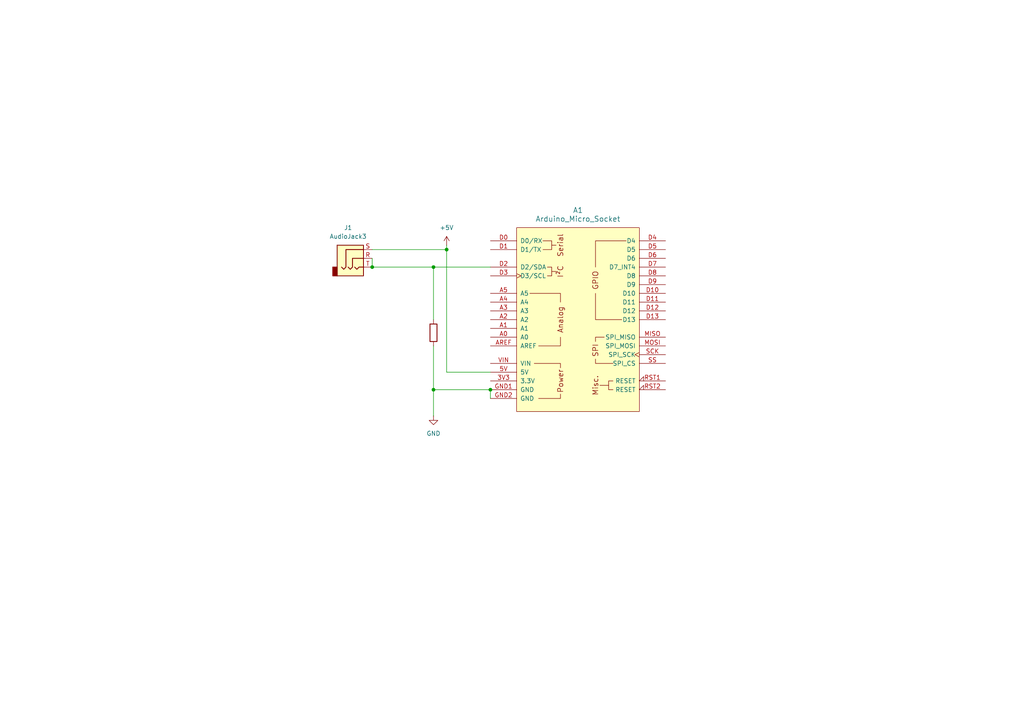
<source format=kicad_sch>
(kicad_sch
	(version 20250114)
	(generator "eeschema")
	(generator_version "9.0")
	(uuid "10d0c4ae-91d8-47b3-b57a-2e950efdf6c6")
	(paper "A4")
	(lib_symbols
		(symbol "Connector_Audio:AudioJack3"
			(exclude_from_sim no)
			(in_bom yes)
			(on_board yes)
			(property "Reference" "J"
				(at 0 8.89 0)
				(effects
					(font
						(size 1.27 1.27)
					)
				)
			)
			(property "Value" "AudioJack3"
				(at 0 6.35 0)
				(effects
					(font
						(size 1.27 1.27)
					)
				)
			)
			(property "Footprint" ""
				(at 0 0 0)
				(effects
					(font
						(size 1.27 1.27)
					)
					(hide yes)
				)
			)
			(property "Datasheet" "~"
				(at 0 0 0)
				(effects
					(font
						(size 1.27 1.27)
					)
					(hide yes)
				)
			)
			(property "Description" "Audio Jack, 3 Poles (Stereo / TRS)"
				(at 0 0 0)
				(effects
					(font
						(size 1.27 1.27)
					)
					(hide yes)
				)
			)
			(property "ki_keywords" "audio jack receptacle stereo headphones phones TRS connector"
				(at 0 0 0)
				(effects
					(font
						(size 1.27 1.27)
					)
					(hide yes)
				)
			)
			(property "ki_fp_filters" "Jack*"
				(at 0 0 0)
				(effects
					(font
						(size 1.27 1.27)
					)
					(hide yes)
				)
			)
			(symbol "AudioJack3_0_1"
				(rectangle
					(start -5.08 -5.08)
					(end -6.35 -2.54)
					(stroke
						(width 0.254)
						(type default)
					)
					(fill
						(type outline)
					)
				)
				(polyline
					(pts
						(xy -1.905 -2.54) (xy -1.27 -3.175) (xy -0.635 -2.54) (xy -0.635 0) (xy 2.54 0)
					)
					(stroke
						(width 0.254)
						(type default)
					)
					(fill
						(type none)
					)
				)
				(polyline
					(pts
						(xy 0 -2.54) (xy 0.635 -3.175) (xy 1.27 -2.54) (xy 2.54 -2.54)
					)
					(stroke
						(width 0.254)
						(type default)
					)
					(fill
						(type none)
					)
				)
				(rectangle
					(start 2.54 3.81)
					(end -5.08 -5.08)
					(stroke
						(width 0.254)
						(type default)
					)
					(fill
						(type background)
					)
				)
				(polyline
					(pts
						(xy 2.54 2.54) (xy -2.54 2.54) (xy -2.54 -2.54) (xy -3.175 -3.175) (xy -3.81 -2.54)
					)
					(stroke
						(width 0.254)
						(type default)
					)
					(fill
						(type none)
					)
				)
			)
			(symbol "AudioJack3_1_1"
				(pin passive line
					(at 5.08 2.54 180)
					(length 2.54)
					(name "~"
						(effects
							(font
								(size 1.27 1.27)
							)
						)
					)
					(number "S"
						(effects
							(font
								(size 1.27 1.27)
							)
						)
					)
				)
				(pin passive line
					(at 5.08 0 180)
					(length 2.54)
					(name "~"
						(effects
							(font
								(size 1.27 1.27)
							)
						)
					)
					(number "R"
						(effects
							(font
								(size 1.27 1.27)
							)
						)
					)
				)
				(pin passive line
					(at 5.08 -2.54 180)
					(length 2.54)
					(name "~"
						(effects
							(font
								(size 1.27 1.27)
							)
						)
					)
					(number "T"
						(effects
							(font
								(size 1.27 1.27)
							)
						)
					)
				)
			)
			(embedded_fonts no)
		)
		(symbol "Device:R"
			(pin_numbers
				(hide yes)
			)
			(pin_names
				(offset 0)
			)
			(exclude_from_sim no)
			(in_bom yes)
			(on_board yes)
			(property "Reference" "R"
				(at 2.032 0 90)
				(effects
					(font
						(size 1.27 1.27)
					)
				)
			)
			(property "Value" "R"
				(at 0 0 90)
				(effects
					(font
						(size 1.27 1.27)
					)
				)
			)
			(property "Footprint" ""
				(at -1.778 0 90)
				(effects
					(font
						(size 1.27 1.27)
					)
					(hide yes)
				)
			)
			(property "Datasheet" "~"
				(at 0 0 0)
				(effects
					(font
						(size 1.27 1.27)
					)
					(hide yes)
				)
			)
			(property "Description" "Resistor"
				(at 0 0 0)
				(effects
					(font
						(size 1.27 1.27)
					)
					(hide yes)
				)
			)
			(property "ki_keywords" "R res resistor"
				(at 0 0 0)
				(effects
					(font
						(size 1.27 1.27)
					)
					(hide yes)
				)
			)
			(property "ki_fp_filters" "R_*"
				(at 0 0 0)
				(effects
					(font
						(size 1.27 1.27)
					)
					(hide yes)
				)
			)
			(symbol "R_0_1"
				(rectangle
					(start -1.016 -2.54)
					(end 1.016 2.54)
					(stroke
						(width 0.254)
						(type default)
					)
					(fill
						(type none)
					)
				)
			)
			(symbol "R_1_1"
				(pin passive line
					(at 0 3.81 270)
					(length 1.27)
					(name "~"
						(effects
							(font
								(size 1.27 1.27)
							)
						)
					)
					(number "1"
						(effects
							(font
								(size 1.27 1.27)
							)
						)
					)
				)
				(pin passive line
					(at 0 -3.81 90)
					(length 1.27)
					(name "~"
						(effects
							(font
								(size 1.27 1.27)
							)
						)
					)
					(number "2"
						(effects
							(font
								(size 1.27 1.27)
							)
						)
					)
				)
			)
			(embedded_fonts no)
		)
		(symbol "PCM_arduino-library:Arduino_Micro_Socket"
			(pin_names
				(offset 1.016)
			)
			(exclude_from_sim no)
			(in_bom yes)
			(on_board yes)
			(property "Reference" "A"
				(at 0 33.02 0)
				(effects
					(font
						(size 1.524 1.524)
					)
				)
			)
			(property "Value" "Arduino_Micro_Socket"
				(at 0 29.21 0)
				(effects
					(font
						(size 1.524 1.524)
					)
				)
			)
			(property "Footprint" "PCM_arduino-library:Arduino_Micro_Socket"
				(at 0 -34.29 0)
				(effects
					(font
						(size 1.524 1.524)
					)
					(hide yes)
				)
			)
			(property "Datasheet" "https://docs.arduino.cc/hardware/micro"
				(at 0 -30.48 0)
				(effects
					(font
						(size 1.524 1.524)
					)
					(hide yes)
				)
			)
			(property "Description" "Socket for Arduino Micro"
				(at 0 0 0)
				(effects
					(font
						(size 1.27 1.27)
					)
					(hide yes)
				)
			)
			(property "ki_keywords" "Arduino MPU Shield"
				(at 0 0 0)
				(effects
					(font
						(size 1.27 1.27)
					)
					(hide yes)
				)
			)
			(property "ki_fp_filters" "Arduino_Micro_Socket"
				(at 0 0 0)
				(effects
					(font
						(size 1.27 1.27)
					)
					(hide yes)
				)
			)
			(symbol "Arduino_Micro_Socket_0_0"
				(rectangle
					(start -17.78 26.67)
					(end 17.78 -26.67)
					(stroke
						(width 0)
						(type default)
					)
					(fill
						(type background)
					)
				)
				(polyline
					(pts
						(xy -11.43 -22.86) (xy -5.08 -22.86) (xy -5.08 -21.59)
					)
					(stroke
						(width 0)
						(type default)
					)
					(fill
						(type none)
					)
				)
				(polyline
					(pts
						(xy -10.16 22.86) (xy -7.62 22.86) (xy -7.62 20.32) (xy -10.16 20.32)
					)
					(stroke
						(width 0)
						(type default)
					)
					(fill
						(type none)
					)
				)
				(polyline
					(pts
						(xy -8.89 15.24) (xy -7.62 15.24) (xy -7.62 12.7) (xy -8.89 12.7)
					)
					(stroke
						(width 0)
						(type default)
					)
					(fill
						(type none)
					)
				)
				(polyline
					(pts
						(xy -7.62 21.59) (xy -6.35 21.59)
					)
					(stroke
						(width 0)
						(type default)
					)
					(fill
						(type none)
					)
				)
				(polyline
					(pts
						(xy -7.62 13.97) (xy -6.35 13.97)
					)
					(stroke
						(width 0)
						(type default)
					)
					(fill
						(type none)
					)
				)
				(polyline
					(pts
						(xy -5.08 5.08) (xy -5.08 7.62) (xy -13.97 7.62)
					)
					(stroke
						(width 0)
						(type default)
					)
					(fill
						(type none)
					)
				)
				(polyline
					(pts
						(xy -5.08 -5.08) (xy -5.08 -7.62) (xy -11.43 -7.62)
					)
					(stroke
						(width 0)
						(type default)
					)
					(fill
						(type none)
					)
				)
				(polyline
					(pts
						(xy -5.08 -13.97) (xy -5.08 -12.7) (xy -12.7 -12.7)
					)
					(stroke
						(width 0)
						(type default)
					)
					(fill
						(type none)
					)
				)
				(polyline
					(pts
						(xy 5.08 7.62) (xy 5.08 0) (xy 12.7 0)
					)
					(stroke
						(width 0)
						(type default)
					)
					(fill
						(type none)
					)
				)
				(polyline
					(pts
						(xy 5.08 -11.43) (xy 5.08 -12.7) (xy 10.16 -12.7)
					)
					(stroke
						(width 0)
						(type default)
					)
					(fill
						(type none)
					)
				)
				(polyline
					(pts
						(xy 7.62 -5.08) (xy 5.08 -5.08) (xy 5.08 -6.35)
					)
					(stroke
						(width 0)
						(type default)
					)
					(fill
						(type none)
					)
				)
				(polyline
					(pts
						(xy 8.89 -19.05) (xy 6.35 -19.05)
					)
					(stroke
						(width 0)
						(type default)
					)
					(fill
						(type none)
					)
				)
				(polyline
					(pts
						(xy 13.97 22.86) (xy 5.08 22.86) (xy 5.08 15.24)
					)
					(stroke
						(width 0)
						(type default)
					)
					(fill
						(type none)
					)
				)
				(text "Serial"
					(at -5.08 21.59 900)
					(effects
						(font
							(size 1.524 1.524)
						)
					)
				)
				(text "I²C"
					(at -5.08 13.97 900)
					(effects
						(font
							(size 1.524 1.524)
						)
					)
				)
				(text "Analog"
					(at -5.08 0 900)
					(effects
						(font
							(size 1.524 1.524)
						)
					)
				)
				(text "Power"
					(at -5.08 -17.78 900)
					(effects
						(font
							(size 1.524 1.524)
						)
					)
				)
				(text "SPI"
					(at 5.08 -8.89 900)
					(effects
						(font
							(size 1.524 1.524)
						)
					)
				)
				(text "Misc."
					(at 5.08 -19.05 900)
					(effects
						(font
							(size 1.524 1.524)
						)
					)
				)
			)
			(symbol "Arduino_Micro_Socket_0_1"
				(polyline
					(pts
						(xy 10.16 -17.78) (xy 8.89 -17.78) (xy 8.89 -20.32) (xy 10.16 -20.32)
					)
					(stroke
						(width 0)
						(type default)
					)
					(fill
						(type none)
					)
				)
			)
			(symbol "Arduino_Micro_Socket_1_0"
				(text "GPIO"
					(at 5.08 11.43 900)
					(effects
						(font
							(size 1.524 1.524)
						)
					)
				)
			)
			(symbol "Arduino_Micro_Socket_1_1"
				(pin bidirectional line
					(at -25.4 22.86 0)
					(length 7.62)
					(name "D0/RX"
						(effects
							(font
								(size 1.27 1.27)
							)
						)
					)
					(number "D0"
						(effects
							(font
								(size 1.27 1.27)
							)
						)
					)
				)
				(pin bidirectional line
					(at -25.4 20.32 0)
					(length 7.62)
					(name "D1/TX"
						(effects
							(font
								(size 1.27 1.27)
							)
						)
					)
					(number "D1"
						(effects
							(font
								(size 1.27 1.27)
							)
						)
					)
				)
				(pin bidirectional line
					(at -25.4 15.24 0)
					(length 7.62)
					(name "D2/SDA"
						(effects
							(font
								(size 1.27 1.27)
							)
						)
					)
					(number "D2"
						(effects
							(font
								(size 1.27 1.27)
							)
						)
					)
				)
				(pin bidirectional clock
					(at -25.4 12.7 0)
					(length 7.62)
					(name "D3/SCL"
						(effects
							(font
								(size 1.27 1.27)
							)
						)
					)
					(number "D3"
						(effects
							(font
								(size 1.27 1.27)
							)
						)
					)
				)
				(pin bidirectional line
					(at -25.4 7.62 0)
					(length 7.62)
					(name "A5"
						(effects
							(font
								(size 1.27 1.27)
							)
						)
					)
					(number "A5"
						(effects
							(font
								(size 1.27 1.27)
							)
						)
					)
				)
				(pin bidirectional line
					(at -25.4 5.08 0)
					(length 7.62)
					(name "A4"
						(effects
							(font
								(size 1.27 1.27)
							)
						)
					)
					(number "A4"
						(effects
							(font
								(size 1.27 1.27)
							)
						)
					)
				)
				(pin bidirectional line
					(at -25.4 2.54 0)
					(length 7.62)
					(name "A3"
						(effects
							(font
								(size 1.27 1.27)
							)
						)
					)
					(number "A3"
						(effects
							(font
								(size 1.27 1.27)
							)
						)
					)
				)
				(pin bidirectional line
					(at -25.4 0 0)
					(length 7.62)
					(name "A2"
						(effects
							(font
								(size 1.27 1.27)
							)
						)
					)
					(number "A2"
						(effects
							(font
								(size 1.27 1.27)
							)
						)
					)
				)
				(pin bidirectional line
					(at -25.4 -2.54 0)
					(length 7.62)
					(name "A1"
						(effects
							(font
								(size 1.27 1.27)
							)
						)
					)
					(number "A1"
						(effects
							(font
								(size 1.27 1.27)
							)
						)
					)
				)
				(pin bidirectional line
					(at -25.4 -5.08 0)
					(length 7.62)
					(name "A0"
						(effects
							(font
								(size 1.27 1.27)
							)
						)
					)
					(number "A0"
						(effects
							(font
								(size 1.27 1.27)
							)
						)
					)
				)
				(pin input line
					(at -25.4 -7.62 0)
					(length 7.62)
					(name "AREF"
						(effects
							(font
								(size 1.27 1.27)
							)
						)
					)
					(number "AREF"
						(effects
							(font
								(size 1.27 1.27)
							)
						)
					)
				)
				(pin power_in line
					(at -25.4 -12.7 0)
					(length 7.62)
					(name "VIN"
						(effects
							(font
								(size 1.27 1.27)
							)
						)
					)
					(number "VIN"
						(effects
							(font
								(size 1.27 1.27)
							)
						)
					)
				)
				(pin power_in line
					(at -25.4 -15.24 0)
					(length 7.62)
					(name "5V"
						(effects
							(font
								(size 1.27 1.27)
							)
						)
					)
					(number "5V"
						(effects
							(font
								(size 1.27 1.27)
							)
						)
					)
				)
				(pin power_out line
					(at -25.4 -17.78 0)
					(length 7.62)
					(name "3.3V"
						(effects
							(font
								(size 1.27 1.27)
							)
						)
					)
					(number "3V3"
						(effects
							(font
								(size 1.27 1.27)
							)
						)
					)
				)
				(pin power_in line
					(at -25.4 -20.32 0)
					(length 7.62)
					(name "GND"
						(effects
							(font
								(size 1.27 1.27)
							)
						)
					)
					(number "GND1"
						(effects
							(font
								(size 1.27 1.27)
							)
						)
					)
				)
				(pin power_in line
					(at -25.4 -22.86 0)
					(length 7.62)
					(name "GND"
						(effects
							(font
								(size 1.27 1.27)
							)
						)
					)
					(number "GND2"
						(effects
							(font
								(size 1.27 1.27)
							)
						)
					)
				)
				(pin bidirectional line
					(at 25.4 22.86 180)
					(length 7.62)
					(name "D4"
						(effects
							(font
								(size 1.27 1.27)
							)
						)
					)
					(number "D4"
						(effects
							(font
								(size 1.27 1.27)
							)
						)
					)
				)
				(pin bidirectional line
					(at 25.4 20.32 180)
					(length 7.62)
					(name "D5"
						(effects
							(font
								(size 1.27 1.27)
							)
						)
					)
					(number "D5"
						(effects
							(font
								(size 1.27 1.27)
							)
						)
					)
				)
				(pin bidirectional line
					(at 25.4 17.78 180)
					(length 7.62)
					(name "D6"
						(effects
							(font
								(size 1.27 1.27)
							)
						)
					)
					(number "D6"
						(effects
							(font
								(size 1.27 1.27)
							)
						)
					)
				)
				(pin bidirectional line
					(at 25.4 15.24 180)
					(length 7.62)
					(name "D7_INT4"
						(effects
							(font
								(size 1.27 1.27)
							)
						)
					)
					(number "D7"
						(effects
							(font
								(size 1.27 1.27)
							)
						)
					)
				)
				(pin bidirectional line
					(at 25.4 12.7 180)
					(length 7.62)
					(name "D8"
						(effects
							(font
								(size 1.27 1.27)
							)
						)
					)
					(number "D8"
						(effects
							(font
								(size 1.27 1.27)
							)
						)
					)
				)
				(pin bidirectional line
					(at 25.4 10.16 180)
					(length 7.62)
					(name "D9"
						(effects
							(font
								(size 1.27 1.27)
							)
						)
					)
					(number "D9"
						(effects
							(font
								(size 1.27 1.27)
							)
						)
					)
				)
				(pin bidirectional line
					(at 25.4 7.62 180)
					(length 7.62)
					(name "D10"
						(effects
							(font
								(size 1.27 1.27)
							)
						)
					)
					(number "D10"
						(effects
							(font
								(size 1.27 1.27)
							)
						)
					)
				)
				(pin bidirectional line
					(at 25.4 5.08 180)
					(length 7.62)
					(name "D11"
						(effects
							(font
								(size 1.27 1.27)
							)
						)
					)
					(number "D11"
						(effects
							(font
								(size 1.27 1.27)
							)
						)
					)
				)
				(pin bidirectional line
					(at 25.4 2.54 180)
					(length 7.62)
					(name "D12"
						(effects
							(font
								(size 1.27 1.27)
							)
						)
					)
					(number "D12"
						(effects
							(font
								(size 1.27 1.27)
							)
						)
					)
				)
				(pin bidirectional line
					(at 25.4 0 180)
					(length 7.62)
					(name "D13"
						(effects
							(font
								(size 1.27 1.27)
							)
						)
					)
					(number "D13"
						(effects
							(font
								(size 1.27 1.27)
							)
						)
					)
				)
				(pin input line
					(at 25.4 -5.08 180)
					(length 7.62)
					(name "SPI_MISO"
						(effects
							(font
								(size 1.27 1.27)
							)
						)
					)
					(number "MISO"
						(effects
							(font
								(size 1.27 1.27)
							)
						)
					)
				)
				(pin output line
					(at 25.4 -7.62 180)
					(length 7.62)
					(name "SPI_MOSI"
						(effects
							(font
								(size 1.27 1.27)
							)
						)
					)
					(number "MOSI"
						(effects
							(font
								(size 1.27 1.27)
							)
						)
					)
				)
				(pin output clock
					(at 25.4 -10.16 180)
					(length 7.62)
					(name "SPI_SCK"
						(effects
							(font
								(size 1.27 1.27)
							)
						)
					)
					(number "SCK"
						(effects
							(font
								(size 1.27 1.27)
							)
						)
					)
				)
				(pin bidirectional line
					(at 25.4 -12.7 180)
					(length 7.62)
					(name "SPI_CS"
						(effects
							(font
								(size 1.27 1.27)
							)
						)
					)
					(number "SS"
						(effects
							(font
								(size 1.27 1.27)
							)
						)
					)
				)
				(pin open_collector input_low
					(at 25.4 -17.78 180)
					(length 7.62)
					(name "RESET"
						(effects
							(font
								(size 1.27 1.27)
							)
						)
					)
					(number "RST1"
						(effects
							(font
								(size 1.27 1.27)
							)
						)
					)
				)
				(pin open_collector input_low
					(at 25.4 -20.32 180)
					(length 7.62)
					(name "RESET"
						(effects
							(font
								(size 1.27 1.27)
							)
						)
					)
					(number "RST2"
						(effects
							(font
								(size 1.27 1.27)
							)
						)
					)
				)
			)
			(embedded_fonts no)
		)
		(symbol "power:+5V"
			(power)
			(pin_numbers
				(hide yes)
			)
			(pin_names
				(offset 0)
				(hide yes)
			)
			(exclude_from_sim no)
			(in_bom yes)
			(on_board yes)
			(property "Reference" "#PWR"
				(at 0 -3.81 0)
				(effects
					(font
						(size 1.27 1.27)
					)
					(hide yes)
				)
			)
			(property "Value" "+5V"
				(at 0 3.556 0)
				(effects
					(font
						(size 1.27 1.27)
					)
				)
			)
			(property "Footprint" ""
				(at 0 0 0)
				(effects
					(font
						(size 1.27 1.27)
					)
					(hide yes)
				)
			)
			(property "Datasheet" ""
				(at 0 0 0)
				(effects
					(font
						(size 1.27 1.27)
					)
					(hide yes)
				)
			)
			(property "Description" "Power symbol creates a global label with name \"+5V\""
				(at 0 0 0)
				(effects
					(font
						(size 1.27 1.27)
					)
					(hide yes)
				)
			)
			(property "ki_keywords" "global power"
				(at 0 0 0)
				(effects
					(font
						(size 1.27 1.27)
					)
					(hide yes)
				)
			)
			(symbol "+5V_0_1"
				(polyline
					(pts
						(xy -0.762 1.27) (xy 0 2.54)
					)
					(stroke
						(width 0)
						(type default)
					)
					(fill
						(type none)
					)
				)
				(polyline
					(pts
						(xy 0 2.54) (xy 0.762 1.27)
					)
					(stroke
						(width 0)
						(type default)
					)
					(fill
						(type none)
					)
				)
				(polyline
					(pts
						(xy 0 0) (xy 0 2.54)
					)
					(stroke
						(width 0)
						(type default)
					)
					(fill
						(type none)
					)
				)
			)
			(symbol "+5V_1_1"
				(pin power_in line
					(at 0 0 90)
					(length 0)
					(name "~"
						(effects
							(font
								(size 1.27 1.27)
							)
						)
					)
					(number "1"
						(effects
							(font
								(size 1.27 1.27)
							)
						)
					)
				)
			)
			(embedded_fonts no)
		)
		(symbol "power:GND"
			(power)
			(pin_numbers
				(hide yes)
			)
			(pin_names
				(offset 0)
				(hide yes)
			)
			(exclude_from_sim no)
			(in_bom yes)
			(on_board yes)
			(property "Reference" "#PWR"
				(at 0 -6.35 0)
				(effects
					(font
						(size 1.27 1.27)
					)
					(hide yes)
				)
			)
			(property "Value" "GND"
				(at 0 -3.81 0)
				(effects
					(font
						(size 1.27 1.27)
					)
				)
			)
			(property "Footprint" ""
				(at 0 0 0)
				(effects
					(font
						(size 1.27 1.27)
					)
					(hide yes)
				)
			)
			(property "Datasheet" ""
				(at 0 0 0)
				(effects
					(font
						(size 1.27 1.27)
					)
					(hide yes)
				)
			)
			(property "Description" "Power symbol creates a global label with name \"GND\" , ground"
				(at 0 0 0)
				(effects
					(font
						(size 1.27 1.27)
					)
					(hide yes)
				)
			)
			(property "ki_keywords" "global power"
				(at 0 0 0)
				(effects
					(font
						(size 1.27 1.27)
					)
					(hide yes)
				)
			)
			(symbol "GND_0_1"
				(polyline
					(pts
						(xy 0 0) (xy 0 -1.27) (xy 1.27 -1.27) (xy 0 -2.54) (xy -1.27 -1.27) (xy 0 -1.27)
					)
					(stroke
						(width 0)
						(type default)
					)
					(fill
						(type none)
					)
				)
			)
			(symbol "GND_1_1"
				(pin power_in line
					(at 0 0 270)
					(length 0)
					(name "~"
						(effects
							(font
								(size 1.27 1.27)
							)
						)
					)
					(number "1"
						(effects
							(font
								(size 1.27 1.27)
							)
						)
					)
				)
			)
			(embedded_fonts no)
		)
	)
	(junction
		(at 125.73 113.03)
		(diameter 0)
		(color 0 0 0 0)
		(uuid "4f144a68-54f1-4e8f-99ab-d53949bc4c36")
	)
	(junction
		(at 125.73 77.47)
		(diameter 0)
		(color 0 0 0 0)
		(uuid "55a98722-6c86-47ea-a650-4c752a42f648")
	)
	(junction
		(at 129.54 72.39)
		(diameter 0)
		(color 0 0 0 0)
		(uuid "c80d76d7-deed-420a-9539-cafaf5a31e40")
	)
	(junction
		(at 107.95 77.47)
		(diameter 0)
		(color 0 0 0 0)
		(uuid "cb75c505-a75f-4e47-b33e-f68839234055")
	)
	(junction
		(at 142.24 113.03)
		(diameter 0)
		(color 0 0 0 0)
		(uuid "faabc487-5ca3-40d8-8018-e451e36d8e9b")
	)
	(wire
		(pts
			(xy 107.95 72.39) (xy 129.54 72.39)
		)
		(stroke
			(width 0)
			(type default)
		)
		(uuid "0e60c4f2-c7d6-4c89-937c-26dcb778f3a1")
	)
	(wire
		(pts
			(xy 142.24 77.47) (xy 125.73 77.47)
		)
		(stroke
			(width 0)
			(type default)
		)
		(uuid "2828b6de-8407-435d-ab34-63850e1098d5")
	)
	(wire
		(pts
			(xy 129.54 72.39) (xy 129.54 107.95)
		)
		(stroke
			(width 0)
			(type default)
		)
		(uuid "2aba82b1-8596-4493-956a-7665541cb56f")
	)
	(wire
		(pts
			(xy 125.73 113.03) (xy 125.73 100.33)
		)
		(stroke
			(width 0)
			(type default)
		)
		(uuid "3883757f-e1c1-4738-aa7b-99a210c46493")
	)
	(wire
		(pts
			(xy 125.73 113.03) (xy 125.73 120.65)
		)
		(stroke
			(width 0)
			(type default)
		)
		(uuid "5315f2cc-57ef-49fe-8cf5-bdb59602ab5c")
	)
	(wire
		(pts
			(xy 142.24 113.03) (xy 125.73 113.03)
		)
		(stroke
			(width 0)
			(type default)
		)
		(uuid "5dabb2e4-bd63-466a-b870-b3e797cd0827")
	)
	(wire
		(pts
			(xy 129.54 71.12) (xy 129.54 72.39)
		)
		(stroke
			(width 0)
			(type default)
		)
		(uuid "63a0dfa8-7aaf-48c2-95c2-dc21ad716147")
	)
	(wire
		(pts
			(xy 142.24 113.03) (xy 142.24 115.57)
		)
		(stroke
			(width 0)
			(type default)
		)
		(uuid "679493c9-18da-4cef-bf5d-bbfe87f24910")
	)
	(wire
		(pts
			(xy 125.73 77.47) (xy 125.73 92.71)
		)
		(stroke
			(width 0)
			(type default)
		)
		(uuid "7f3bde84-6929-4138-a49c-93b43ea2e374")
	)
	(wire
		(pts
			(xy 107.95 74.93) (xy 107.95 77.47)
		)
		(stroke
			(width 0)
			(type default)
		)
		(uuid "9c00c2bb-f7a5-43a1-91d0-a4d19fce5ef6")
	)
	(wire
		(pts
			(xy 142.24 107.95) (xy 129.54 107.95)
		)
		(stroke
			(width 0)
			(type default)
		)
		(uuid "c7ace161-918d-42de-b4e2-353d0e12aa95")
	)
	(wire
		(pts
			(xy 107.95 77.47) (xy 125.73 77.47)
		)
		(stroke
			(width 0)
			(type default)
		)
		(uuid "f5547809-7a0e-4e16-8f46-44b162dbfb33")
	)
	(symbol
		(lib_id "PCM_arduino-library:Arduino_Micro_Socket")
		(at 167.64 92.71 0)
		(unit 1)
		(exclude_from_sim no)
		(in_bom yes)
		(on_board yes)
		(dnp no)
		(fields_autoplaced yes)
		(uuid "377d6e67-047d-449f-a4d4-b156ba7e6f3a")
		(property "Reference" "A1"
			(at 167.64 60.96 0)
			(effects
				(font
					(size 1.524 1.524)
				)
			)
		)
		(property "Value" "Arduino_Micro_Socket"
			(at 167.64 63.5 0)
			(effects
				(font
					(size 1.524 1.524)
				)
			)
		)
		(property "Footprint" "PCM_arduino-library:Arduino_Micro_Socket"
			(at 167.64 127 0)
			(effects
				(font
					(size 1.524 1.524)
				)
				(hide yes)
			)
		)
		(property "Datasheet" "https://docs.arduino.cc/hardware/micro"
			(at 167.64 123.19 0)
			(effects
				(font
					(size 1.524 1.524)
				)
				(hide yes)
			)
		)
		(property "Description" "Socket for Arduino Micro"
			(at 167.64 92.71 0)
			(effects
				(font
					(size 1.27 1.27)
				)
				(hide yes)
			)
		)
		(pin "D3"
			(uuid "b98fb2db-3b47-40c2-a90e-731733b1b4bb")
		)
		(pin "D7"
			(uuid "a2e91938-54b9-46ca-8023-11a899d5d953")
		)
		(pin "D6"
			(uuid "64dd3647-c864-4e7e-a743-0bf3de1846ea")
		)
		(pin "AREF"
			(uuid "10e23cfa-4daa-4e24-9d23-e12e78b318ba")
		)
		(pin "A3"
			(uuid "37fc6e54-b7cc-45d0-bca8-94f08da77bf9")
		)
		(pin "D8"
			(uuid "36fe1cb1-c169-4f62-9fdf-0f9ed83aacae")
		)
		(pin "D4"
			(uuid "21d9b58e-356f-4e47-9b80-822b7a7fbfa8")
		)
		(pin "SS"
			(uuid "4b122d3c-6925-46bb-8247-f7cdc1d8d351")
		)
		(pin "D11"
			(uuid "1546142a-71b8-4c39-ab7a-977d189f812b")
		)
		(pin "MOSI"
			(uuid "2ee66966-68a3-4460-9d04-a45561a5a14b")
		)
		(pin "D2"
			(uuid "4bf6472b-3d3f-4234-83a0-e2064a6be20a")
		)
		(pin "RST1"
			(uuid "efdad88a-0eaf-4033-8c7a-894c576de23c")
		)
		(pin "5V"
			(uuid "0e5c8cf3-4490-49d4-a2bc-366c06f35e79")
		)
		(pin "3V3"
			(uuid "b072b946-ea1f-4076-b663-1e89663ef05e")
		)
		(pin "D0"
			(uuid "1c0bec07-ce8e-4fab-a03f-1d43d11f0aff")
		)
		(pin "RST2"
			(uuid "32a4487f-5b5f-4c80-b29b-c4c6360d4746")
		)
		(pin "GND1"
			(uuid "2f66cab5-2375-47fa-8b82-98fea4311df7")
		)
		(pin "A4"
			(uuid "84014323-0f1d-4235-ac9a-13bd298bf91d")
		)
		(pin "VIN"
			(uuid "c3657b0a-8894-4e36-9eea-4b556a9aba5b")
		)
		(pin "D13"
			(uuid "b6d81b83-9481-4176-a822-2ec2ab5094ba")
		)
		(pin "MISO"
			(uuid "d6608418-39d7-48f4-802d-50ad90d5de8a")
		)
		(pin "A2"
			(uuid "0c76e25b-7521-4ed2-96b4-38ab1b1278ac")
		)
		(pin "D1"
			(uuid "cb0137f1-b65f-447f-8fe7-cd4cc9cba7c5")
		)
		(pin "A1"
			(uuid "9d88266d-765c-412c-ad19-65479a93109f")
		)
		(pin "GND2"
			(uuid "d7b4d07c-924f-4eb5-bf5d-060f87fe1c5d")
		)
		(pin "D5"
			(uuid "25dd39f2-493b-4eb9-a6da-86ea00a26650")
		)
		(pin "D12"
			(uuid "b869ea1e-6610-489d-a88f-9ce4e11c6b9c")
		)
		(pin "A5"
			(uuid "8c695b19-576d-4320-86e0-a2b35e31e6a4")
		)
		(pin "SCK"
			(uuid "d41de0d6-1874-4cdb-8e40-46090dd54c8f")
		)
		(pin "D10"
			(uuid "7598811d-c45a-4484-8bb3-7a8d427d5e85")
		)
		(pin "D9"
			(uuid "3ce23ec9-9cd6-4156-a2ab-7ef9c4f747d1")
		)
		(pin "A0"
			(uuid "d9b36600-acc2-42c8-89e3-2b84c006b1dc")
		)
		(instances
			(project ""
				(path "/10d0c4ae-91d8-47b3-b57a-2e950efdf6c6"
					(reference "A1")
					(unit 1)
				)
			)
		)
	)
	(symbol
		(lib_id "power:GND")
		(at 125.73 120.65 0)
		(unit 1)
		(exclude_from_sim no)
		(in_bom yes)
		(on_board yes)
		(dnp no)
		(fields_autoplaced yes)
		(uuid "79831d32-8b32-4c7c-8688-fd765df66930")
		(property "Reference" "#PWR02"
			(at 125.73 127 0)
			(effects
				(font
					(size 1.27 1.27)
				)
				(hide yes)
			)
		)
		(property "Value" "GND"
			(at 125.73 125.73 0)
			(effects
				(font
					(size 1.27 1.27)
				)
			)
		)
		(property "Footprint" ""
			(at 125.73 120.65 0)
			(effects
				(font
					(size 1.27 1.27)
				)
				(hide yes)
			)
		)
		(property "Datasheet" ""
			(at 125.73 120.65 0)
			(effects
				(font
					(size 1.27 1.27)
				)
				(hide yes)
			)
		)
		(property "Description" "Power symbol creates a global label with name \"GND\" , ground"
			(at 125.73 120.65 0)
			(effects
				(font
					(size 1.27 1.27)
				)
				(hide yes)
			)
		)
		(pin "1"
			(uuid "37837d18-6c4d-4c4f-9b96-de8705a523c8")
		)
		(instances
			(project ""
				(path "/10d0c4ae-91d8-47b3-b57a-2e950efdf6c6"
					(reference "#PWR02")
					(unit 1)
				)
			)
		)
	)
	(symbol
		(lib_id "Device:R")
		(at 125.73 96.52 0)
		(mirror y)
		(unit 1)
		(exclude_from_sim no)
		(in_bom yes)
		(on_board yes)
		(dnp no)
		(uuid "9a44a713-c914-4e74-be10-54ee18969178")
		(property "Reference" "R1"
			(at 123.19 95.2499 0)
			(effects
				(font
					(size 1.27 1.27)
				)
				(justify left)
				(hide yes)
			)
		)
		(property "Value" "R"
			(at 123.19 97.7899 0)
			(effects
				(font
					(size 1.27 1.27)
				)
				(justify left)
				(hide yes)
			)
		)
		(property "Footprint" "Resistor_THT:R_Axial_DIN0207_L6.3mm_D2.5mm_P10.16mm_Horizontal"
			(at 127.508 96.52 90)
			(effects
				(font
					(size 1.27 1.27)
				)
				(hide yes)
			)
		)
		(property "Datasheet" "~"
			(at 125.73 96.52 0)
			(effects
				(font
					(size 1.27 1.27)
				)
				(hide yes)
			)
		)
		(property "Description" "Resistor"
			(at 125.73 96.52 0)
			(effects
				(font
					(size 1.27 1.27)
				)
				(hide yes)
			)
		)
		(pin "2"
			(uuid "7bafd2d1-2245-4866-a2b8-2789aa7255cf")
		)
		(pin "1"
			(uuid "784da61e-e13f-462a-9fad-5cf99956e3c3")
		)
		(instances
			(project ""
				(path "/10d0c4ae-91d8-47b3-b57a-2e950efdf6c6"
					(reference "R1")
					(unit 1)
				)
			)
		)
	)
	(symbol
		(lib_id "power:+5V")
		(at 129.54 71.12 0)
		(unit 1)
		(exclude_from_sim no)
		(in_bom yes)
		(on_board yes)
		(dnp no)
		(fields_autoplaced yes)
		(uuid "cb0dfe89-f88e-477e-bd6b-b6cc6f4def65")
		(property "Reference" "#PWR01"
			(at 129.54 74.93 0)
			(effects
				(font
					(size 1.27 1.27)
				)
				(hide yes)
			)
		)
		(property "Value" "+5V"
			(at 129.54 66.04 0)
			(effects
				(font
					(size 1.27 1.27)
				)
			)
		)
		(property "Footprint" ""
			(at 129.54 71.12 0)
			(effects
				(font
					(size 1.27 1.27)
				)
				(hide yes)
			)
		)
		(property "Datasheet" ""
			(at 129.54 71.12 0)
			(effects
				(font
					(size 1.27 1.27)
				)
				(hide yes)
			)
		)
		(property "Description" "Power symbol creates a global label with name \"+5V\""
			(at 129.54 71.12 0)
			(effects
				(font
					(size 1.27 1.27)
				)
				(hide yes)
			)
		)
		(pin "1"
			(uuid "7dda98dd-686b-4afd-8f1f-a4cdc1ad5c68")
		)
		(instances
			(project ""
				(path "/10d0c4ae-91d8-47b3-b57a-2e950efdf6c6"
					(reference "#PWR01")
					(unit 1)
				)
			)
		)
	)
	(symbol
		(lib_id "Connector_Audio:AudioJack3")
		(at 102.87 74.93 0)
		(unit 1)
		(exclude_from_sim no)
		(in_bom yes)
		(on_board yes)
		(dnp no)
		(fields_autoplaced yes)
		(uuid "d2228824-2f13-43a4-bdcc-4d235ae189ea")
		(property "Reference" "J1"
			(at 100.965 66.04 0)
			(effects
				(font
					(size 1.27 1.27)
				)
			)
		)
		(property "Value" "AudioJack3"
			(at 100.965 68.58 0)
			(effects
				(font
					(size 1.27 1.27)
				)
			)
		)
		(property "Footprint" "Custom:Jack_TRS_6.3_Ketron"
			(at 102.87 74.93 0)
			(effects
				(font
					(size 1.27 1.27)
				)
				(hide yes)
			)
		)
		(property "Datasheet" "~"
			(at 102.87 74.93 0)
			(effects
				(font
					(size 1.27 1.27)
				)
				(hide yes)
			)
		)
		(property "Description" "Audio Jack, 3 Poles (Stereo / TRS)"
			(at 102.87 74.93 0)
			(effects
				(font
					(size 1.27 1.27)
				)
				(hide yes)
			)
		)
		(pin "S"
			(uuid "680f3c6e-daf6-4f3d-9807-e34ad345370c")
		)
		(pin "R"
			(uuid "7a8682d0-7dc7-4f83-a7fc-c748d9a7cdbe")
		)
		(pin "T"
			(uuid "80bebf32-d9c6-4fb4-90f4-dba5a74de62e")
		)
		(instances
			(project ""
				(path "/10d0c4ae-91d8-47b3-b57a-2e950efdf6c6"
					(reference "J1")
					(unit 1)
				)
			)
		)
	)
	(sheet_instances
		(path "/"
			(page "1")
		)
	)
	(embedded_fonts no)
)

</source>
